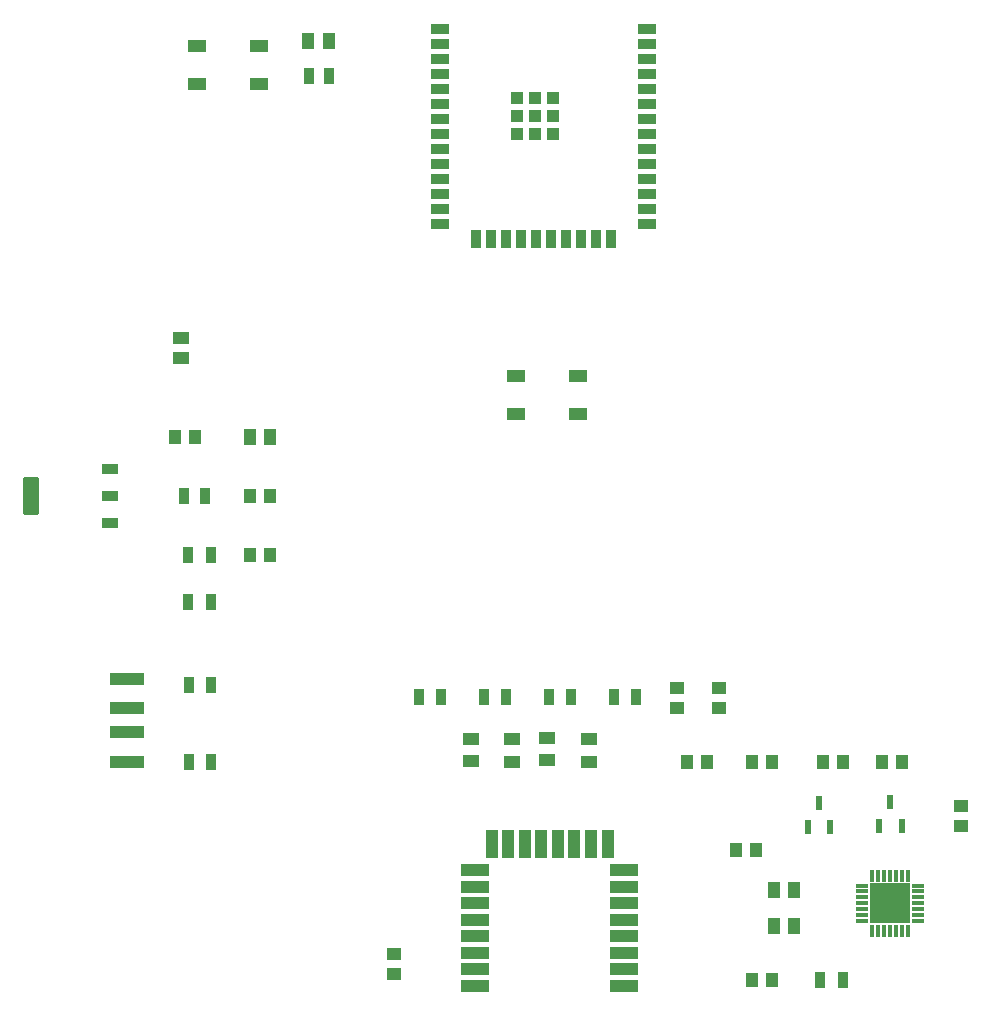
<source format=gtp>
%TF.GenerationSoftware,KiCad,Pcbnew,8.0.3*%
%TF.CreationDate,2024-09-13T09:02:13-04:00*%
%TF.ProjectId,G7 Senior Design V2,47372053-656e-4696-9f72-204465736967,rev?*%
%TF.SameCoordinates,Original*%
%TF.FileFunction,Paste,Top*%
%TF.FilePolarity,Positive*%
%FSLAX46Y46*%
G04 Gerber Fmt 4.6, Leading zero omitted, Abs format (unit mm)*
G04 Created by KiCad (PCBNEW 8.0.3) date 2024-09-13 09:02:13*
%MOMM*%
%LPD*%
G01*
G04 APERTURE LIST*
G04 Aperture macros list*
%AMRoundRect*
0 Rectangle with rounded corners*
0 $1 Rounding radius*
0 $2 $3 $4 $5 $6 $7 $8 $9 X,Y pos of 4 corners*
0 Add a 4 corners polygon primitive as box body*
4,1,4,$2,$3,$4,$5,$6,$7,$8,$9,$2,$3,0*
0 Add four circle primitives for the rounded corners*
1,1,$1+$1,$2,$3*
1,1,$1+$1,$4,$5*
1,1,$1+$1,$6,$7*
1,1,$1+$1,$8,$9*
0 Add four rect primitives between the rounded corners*
20,1,$1+$1,$2,$3,$4,$5,0*
20,1,$1+$1,$4,$5,$6,$7,0*
20,1,$1+$1,$6,$7,$8,$9,0*
20,1,$1+$1,$8,$9,$2,$3,0*%
G04 Aperture macros list end*
%ADD10R,1.130000X1.470000*%
%ADD11R,1.193800X1.016000*%
%ADD12R,1.016000X1.193800*%
%ADD13R,1.346200X1.117600*%
%ADD14R,0.812800X1.346200*%
%ADD15R,0.950000X1.400000*%
%ADD16R,1.550000X1.000000*%
%ADD17R,1.005599X1.199998*%
%ADD18R,1.066800X1.219200*%
%ADD19R,1.420000X1.000000*%
%ADD20R,2.438400X0.990600*%
%ADD21R,0.990600X2.438400*%
%ADD22R,1.117600X1.346200*%
%ADD23R,2.880000X1.120000*%
%ADD24R,0.920000X1.380000*%
%ADD25R,1.199998X1.005599*%
%ADD26R,0.558800X1.219200*%
%ADD27R,0.910000X1.390000*%
%ADD28R,1.498600X0.889000*%
%ADD29R,0.889000X1.498600*%
%ADD30R,1.041400X1.041400*%
%ADD31RoundRect,0.069750X0.585250X0.395250X-0.585250X0.395250X-0.585250X-0.395250X0.585250X-0.395250X0*%
%ADD32RoundRect,0.098250X0.556750X1.521750X-0.556750X1.521750X-0.556750X-1.521750X0.556750X-1.521750X0*%
%ADD33R,1.000000X0.300000*%
%ADD34R,0.300000X1.000000*%
%ADD35R,3.350000X3.350000*%
G04 APERTURE END LIST*
D10*
%TO.C,C19*%
X129718000Y-59000000D03*
X131500000Y-59000000D03*
%TD*%
D11*
%TO.C,R33*%
X161000000Y-113798200D03*
X161000000Y-115500000D03*
%TD*%
D12*
%TO.C,R32*%
X118500000Y-92500000D03*
X120201800Y-92500000D03*
%TD*%
D11*
%TO.C,R31*%
X164500000Y-113798200D03*
X164500000Y-115500000D03*
%TD*%
D13*
%TO.C,C1*%
X119000000Y-84149100D03*
X119000000Y-85850900D03*
%TD*%
D14*
%TO.C,R26*%
X119696600Y-120000000D03*
X121500000Y-120000000D03*
%TD*%
D15*
%TO.C,D2*%
X150100000Y-114500000D03*
X152000000Y-114500000D03*
%TD*%
D16*
%TO.C,S2*%
X120375000Y-59400000D03*
X125625000Y-59400000D03*
X120375000Y-62600000D03*
X125625000Y-62600000D03*
%TD*%
D17*
%TO.C,R11*%
X124794402Y-97500000D03*
X126500000Y-97500000D03*
%TD*%
D14*
%TO.C,R25*%
X119696600Y-113500000D03*
X121500000Y-113500000D03*
%TD*%
D15*
%TO.C,D1*%
X155600000Y-114500000D03*
X157500000Y-114500000D03*
%TD*%
D18*
%TO.C,C14*%
X173349000Y-120000000D03*
X175000000Y-120000000D03*
%TD*%
%TO.C,C22*%
X124849000Y-102500000D03*
X126500000Y-102500000D03*
%TD*%
D19*
%TO.C,R6*%
X143500000Y-119935000D03*
X143500000Y-118065000D03*
%TD*%
D20*
%TO.C,U2*%
X156500000Y-139000000D03*
X156500000Y-137600001D03*
X156500000Y-136200001D03*
X156500000Y-134800001D03*
X156500000Y-133399999D03*
X156500000Y-131999999D03*
X156500000Y-130599999D03*
X156500000Y-129200000D03*
D21*
X155096101Y-126999998D03*
X153696102Y-126999998D03*
X152296102Y-126999998D03*
X150896102Y-126999998D03*
X149496100Y-126999998D03*
X148096100Y-126999998D03*
X146696100Y-126999998D03*
X145296101Y-126999998D03*
D20*
X143892202Y-129200000D03*
X143892202Y-130599999D03*
X143892202Y-131999999D03*
X143892202Y-133399999D03*
X143892202Y-134800001D03*
X143892202Y-136200001D03*
X143892202Y-137600001D03*
X143892202Y-139000000D03*
%TD*%
D22*
%TO.C,C31*%
X169174400Y-133894900D03*
X170876200Y-133894900D03*
%TD*%
D23*
%TO.C,J1*%
X114372500Y-113000000D03*
X114372500Y-115500000D03*
X114372500Y-117500000D03*
X114372500Y-120000000D03*
%TD*%
D24*
%TO.C,R2*%
X119590000Y-102500000D03*
X121500000Y-102500000D03*
%TD*%
D25*
%TO.C,R22*%
X185000000Y-123794402D03*
X185000000Y-125500000D03*
%TD*%
D15*
%TO.C,D3*%
X144600000Y-114500000D03*
X146500000Y-114500000D03*
%TD*%
D26*
%TO.C,Q1*%
X178099998Y-125500000D03*
X180000000Y-125500000D03*
X179049999Y-123458001D03*
%TD*%
D19*
%TO.C,R5*%
X153500000Y-120000000D03*
X153500000Y-118130000D03*
%TD*%
D25*
%TO.C,R15-1*%
X137000000Y-136294402D03*
X137000000Y-138000000D03*
%TD*%
D24*
%TO.C,R24*%
X173090000Y-138500000D03*
X175000000Y-138500000D03*
%TD*%
D18*
%TO.C,C3*%
X161849000Y-120000000D03*
X163500000Y-120000000D03*
%TD*%
D19*
%TO.C,R4*%
X150000000Y-119870000D03*
X150000000Y-118000000D03*
%TD*%
D17*
%TO.C,R23*%
X178294402Y-120000000D03*
X180000000Y-120000000D03*
%TD*%
D18*
%TO.C,C15*%
X167349000Y-120000000D03*
X169000000Y-120000000D03*
%TD*%
D27*
%TO.C,C20*%
X129860000Y-62000000D03*
X131500000Y-62000000D03*
%TD*%
D19*
%TO.C,R7*%
X147000000Y-120000000D03*
X147000000Y-118130000D03*
%TD*%
D16*
%TO.C,S1*%
X147375000Y-87400000D03*
X152625000Y-87400000D03*
X147375000Y-90600000D03*
X152625000Y-90600000D03*
%TD*%
D28*
%TO.C,U1*%
X140905000Y-58000000D03*
X140905000Y-59270000D03*
X140905000Y-60540000D03*
X140905000Y-61810000D03*
X140905000Y-63080000D03*
X140905000Y-64350000D03*
X140905000Y-65620000D03*
X140905000Y-66890000D03*
X140905000Y-68160000D03*
X140905000Y-69430000D03*
X140905000Y-70700000D03*
X140905000Y-71970000D03*
X140905000Y-73240000D03*
X140905000Y-74510000D03*
D29*
X143940000Y-75760000D03*
X145210000Y-75760000D03*
X146480000Y-75760000D03*
X147750000Y-75760000D03*
X149020000Y-75760000D03*
X150290000Y-75760000D03*
X151560000Y-75760000D03*
X152830000Y-75760000D03*
X154100000Y-75760000D03*
X155370000Y-75760000D03*
D28*
X158405000Y-74510000D03*
X158405000Y-73240000D03*
X158405000Y-71970000D03*
X158405000Y-70700000D03*
X158405000Y-69430000D03*
X158405000Y-68160000D03*
X158405000Y-66890000D03*
X158405000Y-65620000D03*
X158405000Y-64350000D03*
X158405000Y-63080000D03*
X158405000Y-61810000D03*
X158405000Y-60540000D03*
X158405000Y-59270000D03*
X158405000Y-58000000D03*
D30*
X148975000Y-65340000D03*
X147450000Y-63815000D03*
X147450000Y-65340000D03*
X147450000Y-66865000D03*
X148975000Y-66865000D03*
X150500000Y-66865000D03*
X150500000Y-65340000D03*
X150500000Y-63815000D03*
X148975000Y-63815000D03*
%TD*%
D17*
%TO.C,R21*%
X166000000Y-127500000D03*
X167705598Y-127500000D03*
%TD*%
D15*
%TO.C,D4*%
X139100000Y-114500000D03*
X141000000Y-114500000D03*
%TD*%
D31*
%TO.C,U3*%
X113000000Y-99790000D03*
X113000000Y-97500000D03*
X113000000Y-95210000D03*
D32*
X106310000Y-97500000D03*
%TD*%
D15*
%TO.C,LED1*%
X119600000Y-106500000D03*
X121500000Y-106500000D03*
%TD*%
D26*
%TO.C,Q2*%
X172049999Y-125520999D03*
X173950001Y-125520999D03*
X173000000Y-123479000D03*
%TD*%
D17*
%TO.C,R34*%
X167294402Y-138500000D03*
X169000000Y-138500000D03*
%TD*%
D33*
%TO.C,IC3*%
X176650000Y-130500000D03*
X176650000Y-131000000D03*
X176650000Y-131500000D03*
X176650000Y-132000000D03*
X176650000Y-132500000D03*
X176650000Y-133000000D03*
X176650000Y-133500000D03*
D34*
X177500000Y-134350000D03*
X178000000Y-134350000D03*
X178500000Y-134350000D03*
X179000000Y-134350000D03*
X179500000Y-134350000D03*
X180000000Y-134350000D03*
X180500000Y-134350000D03*
D33*
X181350000Y-133500000D03*
X181350000Y-133000000D03*
X181350000Y-132500000D03*
X181350000Y-132000000D03*
X181350000Y-131500000D03*
X181350000Y-131000000D03*
X181350000Y-130500000D03*
D34*
X180500000Y-129650000D03*
X180000000Y-129650000D03*
X179500000Y-129650000D03*
X179000000Y-129650000D03*
X178500000Y-129650000D03*
X178000000Y-129650000D03*
X177500000Y-129650000D03*
D35*
X179000000Y-132000000D03*
%TD*%
D14*
%TO.C,R0-1*%
X119196600Y-97500000D03*
X121000000Y-97500000D03*
%TD*%
D22*
%TO.C,C21*%
X169174400Y-130888300D03*
X170876200Y-130888300D03*
%TD*%
%TO.C,C3-22uF1*%
X124798200Y-92500000D03*
X126500000Y-92500000D03*
%TD*%
M02*

</source>
